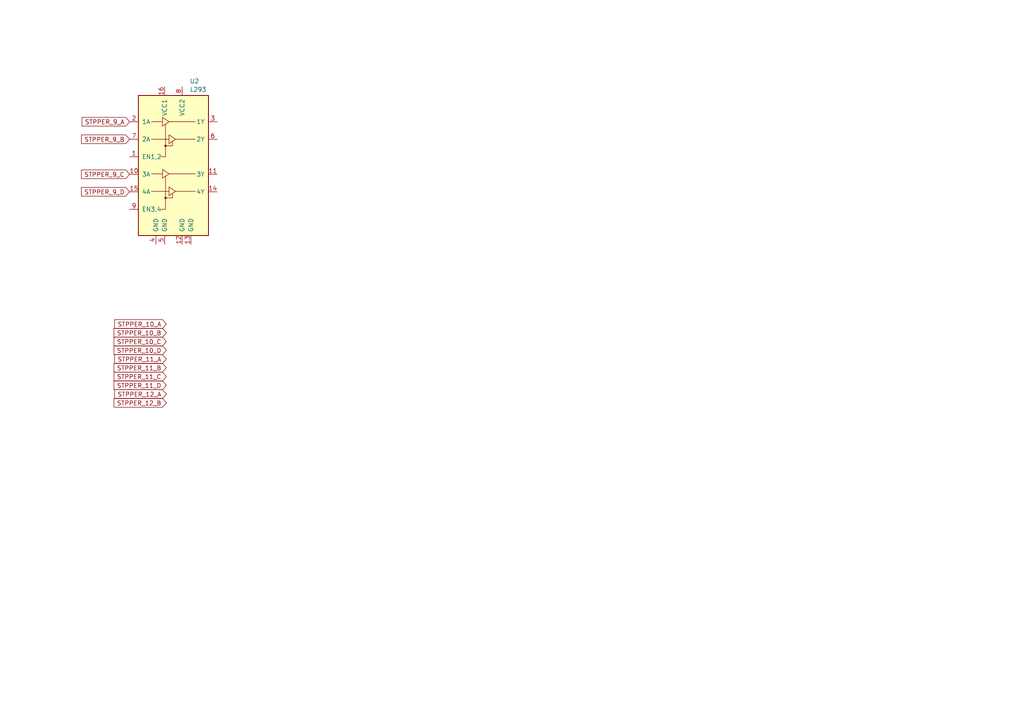
<source format=kicad_sch>
(kicad_sch (version 20230121) (generator eeschema)
  (paper "A4")
  (lib_symbols
    (symbol "Driver_Motor:L293" (pin_names (offset 1.016))
      (property "Reference" "U" (at -5.08 26.035 0))
      (property "Value" "L293" (at -5.08 24.13 0))
      (symbol "L293_0_1"
        (rectangle (start -10.16 22.86) (end 10.16 -17.78) (stroke (width 0.254)) (fill (type background)))
        (circle (center -2.286 -6.858) (radius 0.254) (fill (type outline)))
        (circle (center -2.286 8.255) (radius 0.254) (fill (type outline)))
        (polyline (pts (xy -6.35 -4.953) (xy -1.27 -4.953)))
        (polyline (pts (xy -6.35 0.127) (xy -3.175 0.127)))
        (polyline (pts (xy -6.35 10.16) (xy -1.27 10.16)))
        (polyline (pts (xy -6.35 15.24) (xy -3.175 15.24)))
        (polyline (pts (xy -1.27 0.127) (xy 6.35 0.127)))
        (polyline (pts (xy -1.27 15.24) (xy 6.35 15.24)))
        (polyline (pts (xy 0.635 -4.953) (xy 6.35 -4.953)))
        (polyline (pts (xy 0.635 10.16) (xy 6.35 10.16)))
        (polyline (pts (xy -2.286 -6.858) (xy -0.254 -6.858) (xy -0.254 -5.588)))
        (polyline (pts (xy -2.286 -0.635) (xy -2.286 -10.16) (xy -3.556 -10.16)))
        (polyline (pts (xy -2.286 8.255) (xy -0.254 8.255) (xy -0.254 9.525)))
        (polyline (pts (xy -2.286 14.478) (xy -2.286 5.08) (xy -3.556 5.08)))
        (polyline (pts (xy -3.175 1.397) (xy -3.175 -1.143) (xy -1.27 0.127) (xy -3.175 1.397)))
        (polyline (pts (xy -3.175 16.51) (xy -3.175 13.97) (xy -1.27 15.24) (xy -3.175 16.51)))
        (polyline (pts (xy -1.27 -3.683) (xy -1.27 -6.223) (xy 0.635 -4.953) (xy -1.27 -3.683)))
        (polyline (pts (xy -1.27 11.43) (xy -1.27 8.89) (xy 0.635 10.16) (xy -1.27 11.43)))
      )
      (symbol "L293_1_1"
        (pin input line (at -12.7 5.08 0) (length 2.54) (name "EN1,2") (number "1"))
        (pin input line (at -12.7 0 0) (length 2.54) (name "3A") (number "10"))
        (pin output line (at 12.7 0 180) (length 2.54) (name "3Y") (number "11"))
        (pin power_in line (at 2.54 -20.32 90) (length 2.54) (name "GND") (number "12"))
        (pin power_in line (at 5.08 -20.32 90) (length 2.54) (name "GND") (number "13"))
        (pin output line (at 12.7 -5.08 180) (length 2.54) (name "4Y") (number "14"))
        (pin input line (at -12.7 -5.08 0) (length 2.54) (name "4A") (number "15"))
        (pin power_in line (at -2.54 25.4 270) (length 2.54) (name "VCC1") (number "16"))
        (pin input line (at -12.7 15.24 0) (length 2.54) (name "1A") (number "2"))
        (pin output line (at 12.7 15.24 180) (length 2.54) (name "1Y") (number "3"))
        (pin power_in line (at -5.08 -20.32 90) (length 2.54) (name "GND") (number "4"))
        (pin power_in line (at -2.54 -20.32 90) (length 2.54) (name "GND") (number "5"))
        (pin output line (at 12.7 10.16 180) (length 2.54) (name "2Y") (number "6"))
        (pin input line (at -12.7 10.16 0) (length 2.54) (name "2A") (number "7"))
        (pin power_in line (at 2.54 25.4 270) (length 2.54) (name "VCC2") (number "8"))
        (pin input line (at -12.7 -10.16 0) (length 2.54) (name "EN3,4") (number "9"))
      )
    )
  )
  (global_label "STPPER_9_A" (shape input) (at 37.592 35.306 180) (property "Intersheetrefs" "${INTERSHEET_REFS}" (effects hide)))
  (global_label "STPPER_10_A" (shape input) (at 48.26 93.98 180) (property "Intersheetrefs" "${INTERSHEET_REFS}" (effects hide)))
  (global_label "STPPER_11_C" (shape input) (at 48.26 109.22 180) (property "Intersheetrefs" "${INTERSHEET_REFS}" (effects hide)))
  (global_label "STPPER_9_D" (shape input) (at 37.592 55.626 180) (property "Intersheetrefs" "${INTERSHEET_REFS}" (effects hide)))
  (global_label "STPPER_9_C" (shape input) (at 37.592 50.546 180) (property "Intersheetrefs" "${INTERSHEET_REFS}" (effects hide)))
  (global_label "STPPER_10_D" (shape input) (at 48.26 101.6 180) (property "Intersheetrefs" "${INTERSHEET_REFS}" (effects hide)))
  (global_label "STPPER_10_B" (shape input) (at 48.26 96.52 180) (property "Intersheetrefs" "${INTERSHEET_REFS}" (effects hide)))
  (global_label "STPPER_12_B" (shape input) (at 48.26 116.84 180) (property "Intersheetrefs" "${INTERSHEET_REFS}" (effects hide)))
  (global_label "STPPER_9_B" (shape input) (at 37.592 40.386 180) (property "Intersheetrefs" "${INTERSHEET_REFS}" (effects hide)))
  (global_label "STPPER_11_A" (shape input) (at 48.26 104.14 180) (property "Intersheetrefs" "${INTERSHEET_REFS}" (effects hide)))
  (global_label "STPPER_11_D" (shape input) (at 48.26 111.76 180) (property "Intersheetrefs" "${INTERSHEET_REFS}" (effects hide)))
  (global_label "STPPER_10_C" (shape input) (at 48.26 99.06 180) (property "Intersheetrefs" "${INTERSHEET_REFS}" (effects hide)))
  (global_label "STPPER_12_A" (shape input) (at 48.26 114.3 180) (property "Intersheetrefs" "${INTERSHEET_REFS}" (effects hide)))
  (global_label "STPPER_11_B" (shape input) (at 48.26 106.68 180) (property "Intersheetrefs" "${INTERSHEET_REFS}" (effects hide)))
  (symbol (lib_id "Driver_Motor:L293") (at 50.292 50.546 0) (unit 1)
    (property "Reference" "U2" (at 55.0261 23.5417 0) (effects (justify left)))
    (property "Value" "L293" (at 55.0261 25.9659 0) (effects (justify left)))
    (property "Footprint" "Package_DIP:DIP-16_W7.62mm" (effects hide))
    (property "Datasheet" "http://www.ti.com/lit/ds/symlink/l293.pdf" (effects hide))
    (instances (project "Front Console 12 Stepper" (path "" (reference "U2") (unit 1)) (path "" (reference "U3") (unit 1))))
  )
)
</source>
